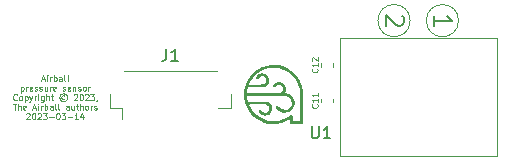
<source format=gbr>
%TF.GenerationSoftware,KiCad,Pcbnew,6.0.10-86aedd382b~118~ubuntu22.04.1*%
%TF.CreationDate,2023-03-14T18:26:24-07:00*%
%TF.ProjectId,pressure-spi-3,70726573-7375-4726-952d-7370692d332e,rev?*%
%TF.SameCoordinates,Original*%
%TF.FileFunction,Legend,Top*%
%TF.FilePolarity,Positive*%
%FSLAX46Y46*%
G04 Gerber Fmt 4.6, Leading zero omitted, Abs format (unit mm)*
G04 Created by KiCad (PCBNEW 6.0.10-86aedd382b~118~ubuntu22.04.1) date 2023-03-14 18:26:24*
%MOMM*%
%LPD*%
G01*
G04 APERTURE LIST*
%ADD10C,0.125000*%
%ADD11C,0.150000*%
%ADD12C,0.120000*%
G04 APERTURE END LIST*
D10*
X-18857142Y-3723333D02*
X-18619047Y-3723333D01*
X-18904761Y-3866190D02*
X-18738095Y-3366190D01*
X-18571428Y-3866190D01*
X-18404761Y-3866190D02*
X-18404761Y-3532857D01*
X-18404761Y-3366190D02*
X-18428571Y-3390000D01*
X-18404761Y-3413809D01*
X-18380952Y-3390000D01*
X-18404761Y-3366190D01*
X-18404761Y-3413809D01*
X-18166666Y-3866190D02*
X-18166666Y-3532857D01*
X-18166666Y-3628095D02*
X-18142857Y-3580476D01*
X-18119047Y-3556666D01*
X-18071428Y-3532857D01*
X-18023809Y-3532857D01*
X-17857142Y-3866190D02*
X-17857142Y-3366190D01*
X-17857142Y-3556666D02*
X-17809523Y-3532857D01*
X-17714285Y-3532857D01*
X-17666666Y-3556666D01*
X-17642857Y-3580476D01*
X-17619047Y-3628095D01*
X-17619047Y-3770952D01*
X-17642857Y-3818571D01*
X-17666666Y-3842380D01*
X-17714285Y-3866190D01*
X-17809523Y-3866190D01*
X-17857142Y-3842380D01*
X-17190476Y-3866190D02*
X-17190476Y-3604285D01*
X-17214285Y-3556666D01*
X-17261904Y-3532857D01*
X-17357142Y-3532857D01*
X-17404761Y-3556666D01*
X-17190476Y-3842380D02*
X-17238095Y-3866190D01*
X-17357142Y-3866190D01*
X-17404761Y-3842380D01*
X-17428571Y-3794761D01*
X-17428571Y-3747142D01*
X-17404761Y-3699523D01*
X-17357142Y-3675714D01*
X-17238095Y-3675714D01*
X-17190476Y-3651904D01*
X-16880952Y-3866190D02*
X-16928571Y-3842380D01*
X-16952380Y-3794761D01*
X-16952380Y-3366190D01*
X-16619047Y-3866190D02*
X-16666666Y-3842380D01*
X-16690476Y-3794761D01*
X-16690476Y-3366190D01*
X-20642857Y-4337857D02*
X-20642857Y-4837857D01*
X-20642857Y-4361666D02*
X-20595238Y-4337857D01*
X-20500000Y-4337857D01*
X-20452380Y-4361666D01*
X-20428571Y-4385476D01*
X-20404761Y-4433095D01*
X-20404761Y-4575952D01*
X-20428571Y-4623571D01*
X-20452380Y-4647380D01*
X-20500000Y-4671190D01*
X-20595238Y-4671190D01*
X-20642857Y-4647380D01*
X-20190476Y-4671190D02*
X-20190476Y-4337857D01*
X-20190476Y-4433095D02*
X-20166666Y-4385476D01*
X-20142857Y-4361666D01*
X-20095238Y-4337857D01*
X-20047619Y-4337857D01*
X-19690476Y-4647380D02*
X-19738095Y-4671190D01*
X-19833333Y-4671190D01*
X-19880952Y-4647380D01*
X-19904761Y-4599761D01*
X-19904761Y-4409285D01*
X-19880952Y-4361666D01*
X-19833333Y-4337857D01*
X-19738095Y-4337857D01*
X-19690476Y-4361666D01*
X-19666666Y-4409285D01*
X-19666666Y-4456904D01*
X-19904761Y-4504523D01*
X-19476190Y-4647380D02*
X-19428571Y-4671190D01*
X-19333333Y-4671190D01*
X-19285714Y-4647380D01*
X-19261904Y-4599761D01*
X-19261904Y-4575952D01*
X-19285714Y-4528333D01*
X-19333333Y-4504523D01*
X-19404761Y-4504523D01*
X-19452380Y-4480714D01*
X-19476190Y-4433095D01*
X-19476190Y-4409285D01*
X-19452380Y-4361666D01*
X-19404761Y-4337857D01*
X-19333333Y-4337857D01*
X-19285714Y-4361666D01*
X-19071428Y-4647380D02*
X-19023809Y-4671190D01*
X-18928571Y-4671190D01*
X-18880952Y-4647380D01*
X-18857142Y-4599761D01*
X-18857142Y-4575952D01*
X-18880952Y-4528333D01*
X-18928571Y-4504523D01*
X-19000000Y-4504523D01*
X-19047619Y-4480714D01*
X-19071428Y-4433095D01*
X-19071428Y-4409285D01*
X-19047619Y-4361666D01*
X-19000000Y-4337857D01*
X-18928571Y-4337857D01*
X-18880952Y-4361666D01*
X-18428571Y-4337857D02*
X-18428571Y-4671190D01*
X-18642857Y-4337857D02*
X-18642857Y-4599761D01*
X-18619047Y-4647380D01*
X-18571428Y-4671190D01*
X-18500000Y-4671190D01*
X-18452380Y-4647380D01*
X-18428571Y-4623571D01*
X-18190476Y-4671190D02*
X-18190476Y-4337857D01*
X-18190476Y-4433095D02*
X-18166666Y-4385476D01*
X-18142857Y-4361666D01*
X-18095238Y-4337857D01*
X-18047619Y-4337857D01*
X-17690476Y-4647380D02*
X-17738095Y-4671190D01*
X-17833333Y-4671190D01*
X-17880952Y-4647380D01*
X-17904761Y-4599761D01*
X-17904761Y-4409285D01*
X-17880952Y-4361666D01*
X-17833333Y-4337857D01*
X-17738095Y-4337857D01*
X-17690476Y-4361666D01*
X-17666666Y-4409285D01*
X-17666666Y-4456904D01*
X-17904761Y-4504523D01*
X-17095238Y-4647380D02*
X-17047619Y-4671190D01*
X-16952380Y-4671190D01*
X-16904761Y-4647380D01*
X-16880952Y-4599761D01*
X-16880952Y-4575952D01*
X-16904761Y-4528333D01*
X-16952380Y-4504523D01*
X-17023809Y-4504523D01*
X-17071428Y-4480714D01*
X-17095238Y-4433095D01*
X-17095238Y-4409285D01*
X-17071428Y-4361666D01*
X-17023809Y-4337857D01*
X-16952380Y-4337857D01*
X-16904761Y-4361666D01*
X-16476190Y-4647380D02*
X-16523809Y-4671190D01*
X-16619047Y-4671190D01*
X-16666666Y-4647380D01*
X-16690476Y-4599761D01*
X-16690476Y-4409285D01*
X-16666666Y-4361666D01*
X-16619047Y-4337857D01*
X-16523809Y-4337857D01*
X-16476190Y-4361666D01*
X-16452380Y-4409285D01*
X-16452380Y-4456904D01*
X-16690476Y-4504523D01*
X-16238095Y-4337857D02*
X-16238095Y-4671190D01*
X-16238095Y-4385476D02*
X-16214285Y-4361666D01*
X-16166666Y-4337857D01*
X-16095238Y-4337857D01*
X-16047619Y-4361666D01*
X-16023809Y-4409285D01*
X-16023809Y-4671190D01*
X-15809523Y-4647380D02*
X-15761904Y-4671190D01*
X-15666666Y-4671190D01*
X-15619047Y-4647380D01*
X-15595238Y-4599761D01*
X-15595238Y-4575952D01*
X-15619047Y-4528333D01*
X-15666666Y-4504523D01*
X-15738095Y-4504523D01*
X-15785714Y-4480714D01*
X-15809523Y-4433095D01*
X-15809523Y-4409285D01*
X-15785714Y-4361666D01*
X-15738095Y-4337857D01*
X-15666666Y-4337857D01*
X-15619047Y-4361666D01*
X-15309523Y-4671190D02*
X-15357142Y-4647380D01*
X-15380952Y-4623571D01*
X-15404761Y-4575952D01*
X-15404761Y-4433095D01*
X-15380952Y-4385476D01*
X-15357142Y-4361666D01*
X-15309523Y-4337857D01*
X-15238095Y-4337857D01*
X-15190476Y-4361666D01*
X-15166666Y-4385476D01*
X-15142857Y-4433095D01*
X-15142857Y-4575952D01*
X-15166666Y-4623571D01*
X-15190476Y-4647380D01*
X-15238095Y-4671190D01*
X-15309523Y-4671190D01*
X-14928571Y-4671190D02*
X-14928571Y-4337857D01*
X-14928571Y-4433095D02*
X-14904761Y-4385476D01*
X-14880952Y-4361666D01*
X-14833333Y-4337857D01*
X-14785714Y-4337857D01*
X-20988095Y-5428571D02*
X-21011904Y-5452380D01*
X-21083333Y-5476190D01*
X-21130952Y-5476190D01*
X-21202380Y-5452380D01*
X-21250000Y-5404761D01*
X-21273809Y-5357142D01*
X-21297619Y-5261904D01*
X-21297619Y-5190476D01*
X-21273809Y-5095238D01*
X-21250000Y-5047619D01*
X-21202380Y-5000000D01*
X-21130952Y-4976190D01*
X-21083333Y-4976190D01*
X-21011904Y-5000000D01*
X-20988095Y-5023809D01*
X-20702380Y-5476190D02*
X-20750000Y-5452380D01*
X-20773809Y-5428571D01*
X-20797619Y-5380952D01*
X-20797619Y-5238095D01*
X-20773809Y-5190476D01*
X-20750000Y-5166666D01*
X-20702380Y-5142857D01*
X-20630952Y-5142857D01*
X-20583333Y-5166666D01*
X-20559523Y-5190476D01*
X-20535714Y-5238095D01*
X-20535714Y-5380952D01*
X-20559523Y-5428571D01*
X-20583333Y-5452380D01*
X-20630952Y-5476190D01*
X-20702380Y-5476190D01*
X-20321428Y-5142857D02*
X-20321428Y-5642857D01*
X-20321428Y-5166666D02*
X-20273809Y-5142857D01*
X-20178571Y-5142857D01*
X-20130952Y-5166666D01*
X-20107142Y-5190476D01*
X-20083333Y-5238095D01*
X-20083333Y-5380952D01*
X-20107142Y-5428571D01*
X-20130952Y-5452380D01*
X-20178571Y-5476190D01*
X-20273809Y-5476190D01*
X-20321428Y-5452380D01*
X-19916666Y-5142857D02*
X-19797619Y-5476190D01*
X-19678571Y-5142857D02*
X-19797619Y-5476190D01*
X-19845238Y-5595238D01*
X-19869047Y-5619047D01*
X-19916666Y-5642857D01*
X-19488095Y-5476190D02*
X-19488095Y-5142857D01*
X-19488095Y-5238095D02*
X-19464285Y-5190476D01*
X-19440476Y-5166666D01*
X-19392857Y-5142857D01*
X-19345238Y-5142857D01*
X-19178571Y-5476190D02*
X-19178571Y-5142857D01*
X-19178571Y-4976190D02*
X-19202380Y-5000000D01*
X-19178571Y-5023809D01*
X-19154761Y-5000000D01*
X-19178571Y-4976190D01*
X-19178571Y-5023809D01*
X-18726190Y-5142857D02*
X-18726190Y-5547619D01*
X-18750000Y-5595238D01*
X-18773809Y-5619047D01*
X-18821428Y-5642857D01*
X-18892857Y-5642857D01*
X-18940476Y-5619047D01*
X-18726190Y-5452380D02*
X-18773809Y-5476190D01*
X-18869047Y-5476190D01*
X-18916666Y-5452380D01*
X-18940476Y-5428571D01*
X-18964285Y-5380952D01*
X-18964285Y-5238095D01*
X-18940476Y-5190476D01*
X-18916666Y-5166666D01*
X-18869047Y-5142857D01*
X-18773809Y-5142857D01*
X-18726190Y-5166666D01*
X-18488095Y-5476190D02*
X-18488095Y-4976190D01*
X-18273809Y-5476190D02*
X-18273809Y-5214285D01*
X-18297619Y-5166666D01*
X-18345238Y-5142857D01*
X-18416666Y-5142857D01*
X-18464285Y-5166666D01*
X-18488095Y-5190476D01*
X-18107142Y-5142857D02*
X-17916666Y-5142857D01*
X-18035714Y-4976190D02*
X-18035714Y-5404761D01*
X-18011904Y-5452380D01*
X-17964285Y-5476190D01*
X-17916666Y-5476190D01*
X-16964285Y-5095238D02*
X-17011904Y-5071428D01*
X-17107142Y-5071428D01*
X-17154761Y-5095238D01*
X-17202380Y-5142857D01*
X-17226190Y-5190476D01*
X-17226190Y-5285714D01*
X-17202380Y-5333333D01*
X-17154761Y-5380952D01*
X-17107142Y-5404761D01*
X-17011904Y-5404761D01*
X-16964285Y-5380952D01*
X-17059523Y-4904761D02*
X-17178571Y-4928571D01*
X-17297619Y-5000000D01*
X-17369047Y-5119047D01*
X-17392857Y-5238095D01*
X-17369047Y-5357142D01*
X-17297619Y-5476190D01*
X-17178571Y-5547619D01*
X-17059523Y-5571428D01*
X-16940476Y-5547619D01*
X-16821428Y-5476190D01*
X-16750000Y-5357142D01*
X-16726190Y-5238095D01*
X-16750000Y-5119047D01*
X-16821428Y-5000000D01*
X-16940476Y-4928571D01*
X-17059523Y-4904761D01*
X-16154761Y-5023809D02*
X-16130952Y-5000000D01*
X-16083333Y-4976190D01*
X-15964285Y-4976190D01*
X-15916666Y-5000000D01*
X-15892857Y-5023809D01*
X-15869047Y-5071428D01*
X-15869047Y-5119047D01*
X-15892857Y-5190476D01*
X-16178571Y-5476190D01*
X-15869047Y-5476190D01*
X-15559523Y-4976190D02*
X-15511904Y-4976190D01*
X-15464285Y-5000000D01*
X-15440476Y-5023809D01*
X-15416666Y-5071428D01*
X-15392857Y-5166666D01*
X-15392857Y-5285714D01*
X-15416666Y-5380952D01*
X-15440476Y-5428571D01*
X-15464285Y-5452380D01*
X-15511904Y-5476190D01*
X-15559523Y-5476190D01*
X-15607142Y-5452380D01*
X-15630952Y-5428571D01*
X-15654761Y-5380952D01*
X-15678571Y-5285714D01*
X-15678571Y-5166666D01*
X-15654761Y-5071428D01*
X-15630952Y-5023809D01*
X-15607142Y-5000000D01*
X-15559523Y-4976190D01*
X-15202380Y-5023809D02*
X-15178571Y-5000000D01*
X-15130952Y-4976190D01*
X-15011904Y-4976190D01*
X-14964285Y-5000000D01*
X-14940476Y-5023809D01*
X-14916666Y-5071428D01*
X-14916666Y-5119047D01*
X-14940476Y-5190476D01*
X-15226190Y-5476190D01*
X-14916666Y-5476190D01*
X-14750000Y-4976190D02*
X-14440476Y-4976190D01*
X-14607142Y-5166666D01*
X-14535714Y-5166666D01*
X-14488095Y-5190476D01*
X-14464285Y-5214285D01*
X-14440476Y-5261904D01*
X-14440476Y-5380952D01*
X-14464285Y-5428571D01*
X-14488095Y-5452380D01*
X-14535714Y-5476190D01*
X-14678571Y-5476190D01*
X-14726190Y-5452380D01*
X-14750000Y-5428571D01*
X-14202380Y-5452380D02*
X-14202380Y-5476190D01*
X-14226190Y-5523809D01*
X-14250000Y-5547619D01*
X-21321428Y-5781190D02*
X-21035714Y-5781190D01*
X-21178571Y-6281190D02*
X-21178571Y-5781190D01*
X-20869047Y-6281190D02*
X-20869047Y-5781190D01*
X-20654761Y-6281190D02*
X-20654761Y-6019285D01*
X-20678571Y-5971666D01*
X-20726190Y-5947857D01*
X-20797619Y-5947857D01*
X-20845238Y-5971666D01*
X-20869047Y-5995476D01*
X-20226190Y-6257380D02*
X-20273809Y-6281190D01*
X-20369047Y-6281190D01*
X-20416666Y-6257380D01*
X-20440476Y-6209761D01*
X-20440476Y-6019285D01*
X-20416666Y-5971666D01*
X-20369047Y-5947857D01*
X-20273809Y-5947857D01*
X-20226190Y-5971666D01*
X-20202380Y-6019285D01*
X-20202380Y-6066904D01*
X-20440476Y-6114523D01*
X-19630952Y-6138333D02*
X-19392857Y-6138333D01*
X-19678571Y-6281190D02*
X-19511904Y-5781190D01*
X-19345238Y-6281190D01*
X-19178571Y-6281190D02*
X-19178571Y-5947857D01*
X-19178571Y-5781190D02*
X-19202380Y-5805000D01*
X-19178571Y-5828809D01*
X-19154761Y-5805000D01*
X-19178571Y-5781190D01*
X-19178571Y-5828809D01*
X-18940476Y-6281190D02*
X-18940476Y-5947857D01*
X-18940476Y-6043095D02*
X-18916666Y-5995476D01*
X-18892857Y-5971666D01*
X-18845238Y-5947857D01*
X-18797619Y-5947857D01*
X-18630952Y-6281190D02*
X-18630952Y-5781190D01*
X-18630952Y-5971666D02*
X-18583333Y-5947857D01*
X-18488095Y-5947857D01*
X-18440476Y-5971666D01*
X-18416666Y-5995476D01*
X-18392857Y-6043095D01*
X-18392857Y-6185952D01*
X-18416666Y-6233571D01*
X-18440476Y-6257380D01*
X-18488095Y-6281190D01*
X-18583333Y-6281190D01*
X-18630952Y-6257380D01*
X-17964285Y-6281190D02*
X-17964285Y-6019285D01*
X-17988095Y-5971666D01*
X-18035714Y-5947857D01*
X-18130952Y-5947857D01*
X-18178571Y-5971666D01*
X-17964285Y-6257380D02*
X-18011904Y-6281190D01*
X-18130952Y-6281190D01*
X-18178571Y-6257380D01*
X-18202380Y-6209761D01*
X-18202380Y-6162142D01*
X-18178571Y-6114523D01*
X-18130952Y-6090714D01*
X-18011904Y-6090714D01*
X-17964285Y-6066904D01*
X-17654761Y-6281190D02*
X-17702380Y-6257380D01*
X-17726190Y-6209761D01*
X-17726190Y-5781190D01*
X-17392857Y-6281190D02*
X-17440476Y-6257380D01*
X-17464285Y-6209761D01*
X-17464285Y-5781190D01*
X-16607142Y-6281190D02*
X-16607142Y-6019285D01*
X-16630952Y-5971666D01*
X-16678571Y-5947857D01*
X-16773809Y-5947857D01*
X-16821428Y-5971666D01*
X-16607142Y-6257380D02*
X-16654761Y-6281190D01*
X-16773809Y-6281190D01*
X-16821428Y-6257380D01*
X-16845238Y-6209761D01*
X-16845238Y-6162142D01*
X-16821428Y-6114523D01*
X-16773809Y-6090714D01*
X-16654761Y-6090714D01*
X-16607142Y-6066904D01*
X-16154761Y-5947857D02*
X-16154761Y-6281190D01*
X-16369047Y-5947857D02*
X-16369047Y-6209761D01*
X-16345238Y-6257380D01*
X-16297619Y-6281190D01*
X-16226190Y-6281190D01*
X-16178571Y-6257380D01*
X-16154761Y-6233571D01*
X-15988095Y-5947857D02*
X-15797619Y-5947857D01*
X-15916666Y-5781190D02*
X-15916666Y-6209761D01*
X-15892857Y-6257380D01*
X-15845238Y-6281190D01*
X-15797619Y-6281190D01*
X-15630952Y-6281190D02*
X-15630952Y-5781190D01*
X-15416666Y-6281190D02*
X-15416666Y-6019285D01*
X-15440476Y-5971666D01*
X-15488095Y-5947857D01*
X-15559523Y-5947857D01*
X-15607142Y-5971666D01*
X-15630952Y-5995476D01*
X-15107142Y-6281190D02*
X-15154761Y-6257380D01*
X-15178571Y-6233571D01*
X-15202380Y-6185952D01*
X-15202380Y-6043095D01*
X-15178571Y-5995476D01*
X-15154761Y-5971666D01*
X-15107142Y-5947857D01*
X-15035714Y-5947857D01*
X-14988095Y-5971666D01*
X-14964285Y-5995476D01*
X-14940476Y-6043095D01*
X-14940476Y-6185952D01*
X-14964285Y-6233571D01*
X-14988095Y-6257380D01*
X-15035714Y-6281190D01*
X-15107142Y-6281190D01*
X-14726190Y-6281190D02*
X-14726190Y-5947857D01*
X-14726190Y-6043095D02*
X-14702380Y-5995476D01*
X-14678571Y-5971666D01*
X-14630952Y-5947857D01*
X-14583333Y-5947857D01*
X-14440476Y-6257380D02*
X-14392857Y-6281190D01*
X-14297619Y-6281190D01*
X-14250000Y-6257380D01*
X-14226190Y-6209761D01*
X-14226190Y-6185952D01*
X-14250000Y-6138333D01*
X-14297619Y-6114523D01*
X-14369047Y-6114523D01*
X-14416666Y-6090714D01*
X-14440476Y-6043095D01*
X-14440476Y-6019285D01*
X-14416666Y-5971666D01*
X-14369047Y-5947857D01*
X-14297619Y-5947857D01*
X-14250000Y-5971666D01*
X-20178571Y-6633809D02*
X-20154761Y-6610000D01*
X-20107142Y-6586190D01*
X-19988095Y-6586190D01*
X-19940476Y-6610000D01*
X-19916666Y-6633809D01*
X-19892857Y-6681428D01*
X-19892857Y-6729047D01*
X-19916666Y-6800476D01*
X-20202380Y-7086190D01*
X-19892857Y-7086190D01*
X-19583333Y-6586190D02*
X-19535714Y-6586190D01*
X-19488095Y-6610000D01*
X-19464285Y-6633809D01*
X-19440476Y-6681428D01*
X-19416666Y-6776666D01*
X-19416666Y-6895714D01*
X-19440476Y-6990952D01*
X-19464285Y-7038571D01*
X-19488095Y-7062380D01*
X-19535714Y-7086190D01*
X-19583333Y-7086190D01*
X-19630952Y-7062380D01*
X-19654761Y-7038571D01*
X-19678571Y-6990952D01*
X-19702380Y-6895714D01*
X-19702380Y-6776666D01*
X-19678571Y-6681428D01*
X-19654761Y-6633809D01*
X-19630952Y-6610000D01*
X-19583333Y-6586190D01*
X-19226190Y-6633809D02*
X-19202380Y-6610000D01*
X-19154761Y-6586190D01*
X-19035714Y-6586190D01*
X-18988095Y-6610000D01*
X-18964285Y-6633809D01*
X-18940476Y-6681428D01*
X-18940476Y-6729047D01*
X-18964285Y-6800476D01*
X-19250000Y-7086190D01*
X-18940476Y-7086190D01*
X-18773809Y-6586190D02*
X-18464285Y-6586190D01*
X-18630952Y-6776666D01*
X-18559523Y-6776666D01*
X-18511904Y-6800476D01*
X-18488095Y-6824285D01*
X-18464285Y-6871904D01*
X-18464285Y-6990952D01*
X-18488095Y-7038571D01*
X-18511904Y-7062380D01*
X-18559523Y-7086190D01*
X-18702380Y-7086190D01*
X-18750000Y-7062380D01*
X-18773809Y-7038571D01*
X-18250000Y-6895714D02*
X-17869047Y-6895714D01*
X-17535714Y-6586190D02*
X-17488095Y-6586190D01*
X-17440476Y-6610000D01*
X-17416666Y-6633809D01*
X-17392857Y-6681428D01*
X-17369047Y-6776666D01*
X-17369047Y-6895714D01*
X-17392857Y-6990952D01*
X-17416666Y-7038571D01*
X-17440476Y-7062380D01*
X-17488095Y-7086190D01*
X-17535714Y-7086190D01*
X-17583333Y-7062380D01*
X-17607142Y-7038571D01*
X-17630952Y-6990952D01*
X-17654761Y-6895714D01*
X-17654761Y-6776666D01*
X-17630952Y-6681428D01*
X-17607142Y-6633809D01*
X-17583333Y-6610000D01*
X-17535714Y-6586190D01*
X-17202380Y-6586190D02*
X-16892857Y-6586190D01*
X-17059523Y-6776666D01*
X-16988095Y-6776666D01*
X-16940476Y-6800476D01*
X-16916666Y-6824285D01*
X-16892857Y-6871904D01*
X-16892857Y-6990952D01*
X-16916666Y-7038571D01*
X-16940476Y-7062380D01*
X-16988095Y-7086190D01*
X-17130952Y-7086190D01*
X-17178571Y-7062380D01*
X-17202380Y-7038571D01*
X-16678571Y-6895714D02*
X-16297619Y-6895714D01*
X-15797619Y-7086190D02*
X-16083333Y-7086190D01*
X-15940476Y-7086190D02*
X-15940476Y-6586190D01*
X-15988095Y-6657619D01*
X-16035714Y-6705238D01*
X-16083333Y-6729047D01*
X-15369047Y-6752857D02*
X-15369047Y-7086190D01*
X-15488095Y-6562380D02*
X-15607142Y-6919523D01*
X-15297619Y-6919523D01*
D11*
%TO.C,J1*%
X-8333333Y-1152380D02*
X-8333333Y-1866666D01*
X-8380952Y-2009523D01*
X-8476190Y-2104761D01*
X-8619047Y-2152380D01*
X-8714285Y-2152380D01*
X-7333333Y-2152380D02*
X-7904761Y-2152380D01*
X-7619047Y-2152380D02*
X-7619047Y-1152380D01*
X-7714285Y-1295238D01*
X-7809523Y-1390476D01*
X-7904761Y-1438095D01*
%TO.C,U1*%
X3988095Y-7702380D02*
X3988095Y-8511904D01*
X4035714Y-8607142D01*
X4083333Y-8654761D01*
X4178571Y-8702380D01*
X4369047Y-8702380D01*
X4464285Y-8654761D01*
X4511904Y-8607142D01*
X4559523Y-8511904D01*
X4559523Y-7702380D01*
X5559523Y-8702380D02*
X4988095Y-8702380D01*
X5273809Y-8702380D02*
X5273809Y-7702380D01*
X5178571Y-7845238D01*
X5083333Y-7940476D01*
X4988095Y-7988095D01*
X11628571Y1678571D02*
X11700000Y1607142D01*
X11771428Y1464285D01*
X11771428Y1107142D01*
X11700000Y964285D01*
X11628571Y892857D01*
X11485714Y821428D01*
X11342857Y821428D01*
X11128571Y892857D01*
X10271428Y1750000D01*
X10271428Y821428D01*
X14371428Y821428D02*
X14371428Y1678571D01*
X14371428Y1250000D02*
X15871428Y1249999D01*
X15657142Y1392857D01*
X15514285Y1535714D01*
X15442857Y1678571D01*
D10*
%TO.C,C11*%
X4428571Y-5821428D02*
X4452380Y-5845238D01*
X4476190Y-5916666D01*
X4476190Y-5964285D01*
X4452380Y-6035714D01*
X4404761Y-6083333D01*
X4357142Y-6107142D01*
X4261904Y-6130952D01*
X4190476Y-6130952D01*
X4095238Y-6107142D01*
X4047619Y-6083333D01*
X4000000Y-6035714D01*
X3976190Y-5964285D01*
X3976190Y-5916666D01*
X4000000Y-5845238D01*
X4023809Y-5821428D01*
X4476190Y-5345238D02*
X4476190Y-5630952D01*
X4476190Y-5488095D02*
X3976190Y-5488095D01*
X4047619Y-5535714D01*
X4095238Y-5583333D01*
X4119047Y-5630952D01*
X4476190Y-4869047D02*
X4476190Y-5154761D01*
X4476190Y-5011904D02*
X3976190Y-5011904D01*
X4047619Y-5059523D01*
X4095238Y-5107142D01*
X4119047Y-5154761D01*
%TO.C,C12*%
X4428571Y-2821428D02*
X4452380Y-2845238D01*
X4476190Y-2916666D01*
X4476190Y-2964285D01*
X4452380Y-3035714D01*
X4404761Y-3083333D01*
X4357142Y-3107142D01*
X4261904Y-3130952D01*
X4190476Y-3130952D01*
X4095238Y-3107142D01*
X4047619Y-3083333D01*
X4000000Y-3035714D01*
X3976190Y-2964285D01*
X3976190Y-2916666D01*
X4000000Y-2845238D01*
X4023809Y-2821428D01*
X4476190Y-2345238D02*
X4476190Y-2630952D01*
X4476190Y-2488095D02*
X3976190Y-2488095D01*
X4047619Y-2535714D01*
X4095238Y-2583333D01*
X4119047Y-2630952D01*
X4023809Y-2154761D02*
X4000000Y-2130952D01*
X3976190Y-2083333D01*
X3976190Y-1964285D01*
X4000000Y-1916666D01*
X4023809Y-1892857D01*
X4071428Y-1869047D01*
X4119047Y-1869047D01*
X4190476Y-1892857D01*
X4476190Y-2178571D01*
X4476190Y-1869047D01*
D12*
%TO.C,J1*%
X-13110000Y-6110000D02*
X-12060000Y-6110000D01*
X-13110000Y-4960000D02*
X-13110000Y-6110000D01*
X-11940000Y-2990000D02*
X-4060000Y-2990000D01*
X-12060000Y-6110000D02*
X-12060000Y-7100000D01*
X-2890000Y-4960000D02*
X-2890000Y-6110000D01*
X-2890000Y-6110000D02*
X-3940000Y-6110000D01*
%TO.C,U1*%
X19650000Y-250000D02*
X6350000Y-250000D01*
X6350000Y-250000D02*
X6350000Y-10250000D01*
X6350000Y-10250000D02*
X19650000Y-10250000D01*
X19650000Y-10250000D02*
X19650000Y-250000D01*
X16411249Y1250000D02*
G75*
G03*
X16411249Y1250000I-1361249J0D01*
G01*
X12311249Y1250000D02*
G75*
G03*
X12311249Y1250000I-1361249J0D01*
G01*
%TO.C,C11*%
X4740000Y-5359420D02*
X4740000Y-5640580D01*
X5760000Y-5359420D02*
X5760000Y-5640580D01*
%TO.C,C12*%
X4740000Y-2640580D02*
X4740000Y-2359420D01*
X5760000Y-2640580D02*
X5760000Y-2359420D01*
%TO.C,G\u002A\u002A\u002A*%
G36*
X1207393Y-2541493D02*
G01*
X1545243Y-2628871D01*
X1872553Y-2763221D01*
X2056838Y-2863093D01*
X2220307Y-2975367D01*
X2393251Y-3120322D01*
X2563315Y-3285605D01*
X2718145Y-3458859D01*
X2845385Y-3627730D01*
X2886906Y-3693161D01*
X2955555Y-3818731D01*
X3025779Y-3963352D01*
X3084211Y-4099219D01*
X3092694Y-4121262D01*
X3125195Y-4209884D01*
X3152973Y-4292587D01*
X3176398Y-4374039D01*
X3195839Y-4458911D01*
X3211665Y-4551872D01*
X3224246Y-4657593D01*
X3233952Y-4780744D01*
X3241150Y-4925994D01*
X3246211Y-5098013D01*
X3249503Y-5301471D01*
X3251396Y-5541039D01*
X3252260Y-5821386D01*
X3252463Y-6141898D01*
X3252463Y-7502463D01*
X2126354Y-7502463D01*
X2126354Y-7099619D01*
X1965782Y-7189416D01*
X1668799Y-7328034D01*
X1348738Y-7427153D01*
X1015177Y-7485201D01*
X677692Y-7500609D01*
X345862Y-7471804D01*
X295782Y-7463323D01*
X-35436Y-7378584D01*
X-348718Y-7249430D01*
X-640322Y-7079439D01*
X-906501Y-6872192D01*
X-1143511Y-6631269D01*
X-1347608Y-6360250D01*
X-1515046Y-6062714D01*
X-1642081Y-5742241D01*
X-1692049Y-5563054D01*
X-1719728Y-5402755D01*
X-1736429Y-5209857D01*
X-1738738Y-5125123D01*
X-1507984Y-5125123D01*
X-1490912Y-5269014D01*
X-1476657Y-5368793D01*
X-1459103Y-5464750D01*
X-1449394Y-5507243D01*
X-1424948Y-5601580D01*
X-623138Y-5599879D01*
X-400798Y-5599543D01*
X-222669Y-5599800D01*
X-82910Y-5600977D01*
X24316Y-5603404D01*
X104849Y-5607409D01*
X164527Y-5613320D01*
X209189Y-5621465D01*
X244673Y-5632174D01*
X276819Y-5645774D01*
X288064Y-5651134D01*
X408203Y-5730886D01*
X513999Y-5840442D01*
X588219Y-5961798D01*
X590470Y-5967080D01*
X609905Y-6039582D01*
X622122Y-6135334D01*
X624327Y-6194122D01*
X601960Y-6359490D01*
X540900Y-6501770D01*
X448197Y-6618172D01*
X330904Y-6705911D01*
X196074Y-6762199D01*
X50758Y-6784249D01*
X-97991Y-6769272D01*
X-243120Y-6714483D01*
X-377578Y-6617093D01*
X-397164Y-6597848D01*
X-469339Y-6507394D01*
X-494714Y-6430336D01*
X-473949Y-6364183D01*
X-462782Y-6350321D01*
X-403159Y-6307729D01*
X-342740Y-6313414D01*
X-278527Y-6367920D01*
X-263480Y-6386666D01*
X-192903Y-6453787D01*
X-99685Y-6510512D01*
X-4712Y-6545565D01*
X41915Y-6551527D01*
X116009Y-6534448D01*
X202694Y-6491176D01*
X282154Y-6433659D01*
X333469Y-6375751D01*
X368651Y-6280403D01*
X378079Y-6170921D01*
X361869Y-6067877D01*
X331376Y-6005036D01*
X275507Y-5942965D01*
X214879Y-5889920D01*
X192634Y-5875049D01*
X166299Y-5863232D01*
X130029Y-5854036D01*
X77980Y-5847022D01*
X4305Y-5841756D01*
X-96840Y-5837800D01*
X-231301Y-5834719D01*
X-404923Y-5832077D01*
X-590619Y-5829816D01*
X-809338Y-5827155D01*
X-982580Y-5825583D01*
X-1114916Y-5826294D01*
X-1210920Y-5830484D01*
X-1275162Y-5839346D01*
X-1312216Y-5854075D01*
X-1326652Y-5875867D01*
X-1323044Y-5905915D01*
X-1305963Y-5945414D01*
X-1279980Y-5995559D01*
X-1273473Y-6008238D01*
X-1104289Y-6287014D01*
X-896091Y-6539018D01*
X-654404Y-6759991D01*
X-384754Y-6945679D01*
X-92665Y-7091825D01*
X216337Y-7194173D01*
X287434Y-7210688D01*
X451155Y-7235172D01*
X644022Y-7247457D01*
X846631Y-7247506D01*
X1039578Y-7235280D01*
X1195242Y-7212471D01*
X1517539Y-7120692D01*
X1823003Y-6982121D01*
X2001392Y-6874045D01*
X2095240Y-6813176D01*
X2175637Y-6764547D01*
X2232461Y-6734077D01*
X2253375Y-6726699D01*
X2295303Y-6742269D01*
X2330837Y-6768115D01*
X2353685Y-6797444D01*
X2367619Y-6842339D01*
X2374602Y-6914071D01*
X2376597Y-7023910D01*
X2376601Y-7030873D01*
X2376601Y-7252216D01*
X3004655Y-7252216D01*
X2996157Y-5919655D01*
X2994232Y-5626850D01*
X2992372Y-5379568D01*
X2990385Y-5173282D01*
X2988078Y-5003464D01*
X2985260Y-4865589D01*
X2981739Y-4755131D01*
X2977321Y-4667561D01*
X2971814Y-4598355D01*
X2965027Y-4542986D01*
X2956767Y-4496926D01*
X2946841Y-4455650D01*
X2935058Y-4414632D01*
X2931759Y-4403754D01*
X2807672Y-4076690D01*
X2644957Y-3779173D01*
X2445972Y-3513564D01*
X2213077Y-3282222D01*
X1948630Y-3087507D01*
X1654991Y-2931779D01*
X1350591Y-2821940D01*
X1171707Y-2783676D01*
X963011Y-2759730D01*
X742843Y-2750778D01*
X529543Y-2757494D01*
X341453Y-2780554D01*
X323137Y-2784108D01*
X8878Y-2871942D01*
X-289389Y-3002902D01*
X-565952Y-3172906D01*
X-815099Y-3377872D01*
X-1031119Y-3613720D01*
X-1208300Y-3876369D01*
X-1210240Y-3879796D01*
X-1262561Y-3971119D01*
X-1300937Y-4041831D01*
X-1321108Y-4094454D01*
X-1318813Y-4131507D01*
X-1289793Y-4155510D01*
X-1229788Y-4168985D01*
X-1134537Y-4174450D01*
X-999780Y-4174427D01*
X-821258Y-4171436D01*
X-720197Y-4169709D01*
X-522792Y-4166090D01*
X-369050Y-4161926D01*
X-252585Y-4156738D01*
X-167010Y-4150048D01*
X-105938Y-4141375D01*
X-62985Y-4130242D01*
X-35736Y-4118372D01*
X59559Y-4042670D01*
X118861Y-3944596D01*
X143232Y-3834402D01*
X133737Y-3722344D01*
X91438Y-3618674D01*
X17399Y-3533649D01*
X-87316Y-3477521D01*
X-102665Y-3473005D01*
X-234672Y-3460617D01*
X-356509Y-3497212D01*
X-467995Y-3582729D01*
X-482617Y-3598434D01*
X-545092Y-3662890D01*
X-591301Y-3692317D01*
X-634805Y-3691879D01*
X-678050Y-3672814D01*
X-719308Y-3625965D01*
X-724337Y-3556485D01*
X-694278Y-3475033D01*
X-650280Y-3413506D01*
X-529201Y-3310474D01*
X-386858Y-3245414D01*
X-233149Y-3218277D01*
X-77972Y-3229013D01*
X68776Y-3277572D01*
X197196Y-3363904D01*
X248839Y-3418037D01*
X314450Y-3518696D01*
X366348Y-3637312D01*
X395919Y-3752143D01*
X399655Y-3798733D01*
X380713Y-3929907D01*
X330195Y-4065757D01*
X257559Y-4182895D01*
X233006Y-4210751D01*
X180517Y-4262902D01*
X131259Y-4304376D01*
X78864Y-4336400D01*
X16960Y-4360199D01*
X-60821Y-4377001D01*
X-160850Y-4388030D01*
X-289498Y-4394514D01*
X-453135Y-4397678D01*
X-658130Y-4398749D01*
X-744258Y-4398859D01*
X-1425214Y-4399408D01*
X-1449527Y-4493251D01*
X-1466584Y-4573297D01*
X-1483319Y-4674169D01*
X-1490912Y-4730985D01*
X-1507984Y-4874876D01*
X-102479Y-4874876D01*
X205683Y-4874881D01*
X467861Y-4874669D01*
X688120Y-4873897D01*
X870528Y-4872224D01*
X1019148Y-4869309D01*
X1138047Y-4864810D01*
X1231290Y-4858386D01*
X1302943Y-4849696D01*
X1357071Y-4838397D01*
X1397740Y-4824149D01*
X1429016Y-4806609D01*
X1454963Y-4785437D01*
X1479648Y-4760290D01*
X1498077Y-4740435D01*
X1549462Y-4652460D01*
X1570864Y-4541969D01*
X1560669Y-4427682D01*
X1531626Y-4351293D01*
X1451379Y-4253724D01*
X1342808Y-4195870D01*
X1211232Y-4180391D01*
X1192451Y-4181653D01*
X1112756Y-4194724D01*
X1049314Y-4224481D01*
X980914Y-4281628D01*
X966282Y-4295803D01*
X876202Y-4369682D01*
X802343Y-4397643D01*
X742601Y-4380342D01*
X729980Y-4369379D01*
X701807Y-4310980D01*
X713384Y-4240685D01*
X757858Y-4164846D01*
X828374Y-4089821D01*
X918081Y-4021963D01*
X1020126Y-3967629D01*
X1127655Y-3933172D01*
X1210052Y-3924185D01*
X1363275Y-3941451D01*
X1498045Y-3997515D01*
X1626208Y-4097523D01*
X1639759Y-4110777D01*
X1746918Y-4248144D01*
X1809151Y-4398575D01*
X1825209Y-4555534D01*
X1793841Y-4712485D01*
X1766933Y-4775409D01*
X1740184Y-4830608D01*
X1726446Y-4862043D01*
X1725960Y-4864009D01*
X1748050Y-4871516D01*
X1803659Y-4882803D01*
X1832315Y-4887678D01*
X2016940Y-4940518D01*
X2185336Y-5038117D01*
X2272441Y-5111233D01*
X2399868Y-5262369D01*
X2485193Y-5432893D01*
X2528415Y-5615130D01*
X2529534Y-5801408D01*
X2488549Y-5984053D01*
X2405462Y-6155392D01*
X2280272Y-6307751D01*
X2272441Y-6315170D01*
X2142267Y-6422164D01*
X2015188Y-6490796D01*
X1874862Y-6527453D01*
X1704946Y-6538521D01*
X1700936Y-6538525D01*
X1572757Y-6534654D01*
X1476653Y-6521145D01*
X1395114Y-6495162D01*
X1372552Y-6485284D01*
X1244833Y-6409637D01*
X1121601Y-6307508D01*
X1021915Y-6195435D01*
X998345Y-6160569D01*
X965862Y-6102627D01*
X959874Y-6064362D01*
X978556Y-6024183D01*
X985863Y-6012840D01*
X1029335Y-5966151D01*
X1079430Y-5955688D01*
X1141906Y-5983189D01*
X1222519Y-6050394D01*
X1270943Y-6098925D01*
X1374684Y-6196266D01*
X1463127Y-6254805D01*
X1513251Y-6273958D01*
X1688656Y-6299163D01*
X1852327Y-6280779D01*
X1998307Y-6223126D01*
X2120642Y-6130520D01*
X2213377Y-6007278D01*
X2270555Y-5857717D01*
X2286753Y-5713202D01*
X2266570Y-5551796D01*
X2203609Y-5410068D01*
X2097173Y-5282591D01*
X2065715Y-5252509D01*
X2036011Y-5226524D01*
X2004343Y-5204336D01*
X1966991Y-5185645D01*
X1920236Y-5170151D01*
X1860359Y-5157555D01*
X1783642Y-5147556D01*
X1686365Y-5139856D01*
X1564809Y-5134154D01*
X1415255Y-5130151D01*
X1233984Y-5127546D01*
X1017277Y-5126041D01*
X761415Y-5125335D01*
X462679Y-5125129D01*
X143379Y-5125123D01*
X-1507984Y-5125123D01*
X-1738738Y-5125123D01*
X-1742131Y-5000595D01*
X-1736815Y-4791205D01*
X-1720460Y-4597923D01*
X-1693478Y-4438829D01*
X-1592544Y-4114360D01*
X-1447779Y-3806619D01*
X-1263396Y-3520479D01*
X-1043608Y-3260812D01*
X-792626Y-3032491D01*
X-514663Y-2840386D01*
X-213930Y-2689372D01*
X-163618Y-2669208D01*
X173497Y-2564946D01*
X517230Y-2509157D01*
X863292Y-2501464D01*
X1207393Y-2541493D01*
G37*
%TD*%
M02*

</source>
